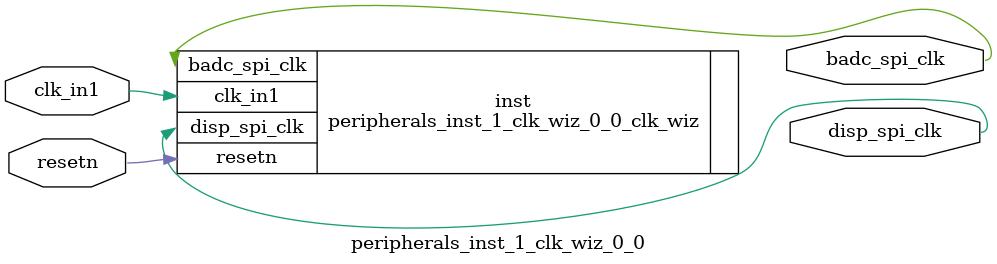
<source format=v>


`timescale 1ps/1ps

(* CORE_GENERATION_INFO = "peripherals_inst_1_clk_wiz_0_0,clk_wiz_v6_0_14_0_0,{component_name=peripherals_inst_1_clk_wiz_0_0,use_phase_alignment=true,use_min_o_jitter=false,use_max_i_jitter=false,use_dyn_phase_shift=false,use_inclk_switchover=false,use_dyn_reconfig=false,enable_axi=0,feedback_source=FDBK_AUTO,PRIMITIVE=PLL,num_out_clk=2,clkin1_period=10.000,clkin2_period=10.000,use_power_down=false,use_reset=true,use_locked=false,use_inclk_stopped=false,feedback_type=SINGLE,CLOCK_MGR_TYPE=NA,manual_override=false}" *)

module peripherals_inst_1_clk_wiz_0_0 
 (
  // Clock out ports
  output        badc_spi_clk,
  output        disp_spi_clk,
  // Status and control signals
  input         resetn,
 // Clock in ports
  input         clk_in1
 );

  peripherals_inst_1_clk_wiz_0_0_clk_wiz inst
  (
  // Clock out ports  
  .badc_spi_clk(badc_spi_clk),
  .disp_spi_clk(disp_spi_clk),
  // Status and control signals               
  .resetn(resetn), 
 // Clock in ports
  .clk_in1(clk_in1)
  );

endmodule

</source>
